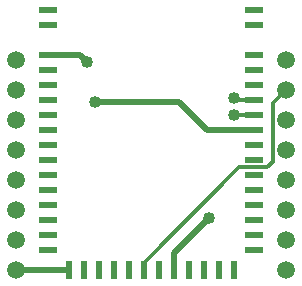
<source format=gbr>
G04 DipTrace 3.1.0.1*
G04 Top.gbr*
%MOIN*%
G04 #@! TF.FileFunction,Copper,L1,Top*
G04 #@! TF.Part,Single*
G04 #@! TA.AperFunction,Conductor*
%ADD13C,0.012992*%
%ADD14C,0.019685*%
G04 #@! TA.AperFunction,ComponentPad*
%ADD16C,0.059055*%
%ADD17R,0.021654X0.059055*%
%ADD18R,0.059055X0.021654*%
G04 #@! TA.AperFunction,ViaPad*
%ADD22C,0.04*%
%FSLAX26Y26*%
G04*
G70*
G90*
G75*
G01*
G04 Top*
%LPD*%
X868648Y443659D2*
D13*
Y468659D1*
X1187399Y787409D1*
X1281148D1*
X1299898Y806159D1*
Y999908D1*
X1343648Y1043659D1*
X443648Y443659D2*
D14*
X618648D1*
X549160Y1162360D2*
X656184D1*
X681171Y1137373D1*
X968648Y443659D2*
Y499948D1*
X1087378Y618677D1*
X1238136Y962360D2*
D13*
X1168651D1*
X1168619Y962391D1*
X1238136Y1012360D2*
X1174895D1*
X1168619Y1018635D1*
X706168Y1006136D2*
D14*
X987388D1*
X1081165Y912360D1*
X1238136D1*
D22*
X681171Y1137373D3*
X1168619Y962391D3*
Y1018635D3*
X1087378Y618677D3*
X706168Y1006136D3*
D16*
X1343648Y1143659D3*
Y1043659D3*
Y943659D3*
Y843659D3*
Y743659D3*
Y643659D3*
Y543659D3*
Y443659D3*
D17*
X918648D3*
X868648D3*
X968648D3*
X1018648D3*
X1068648D3*
X1118648D3*
X1168648D3*
X818648D3*
X768648D3*
X718648D3*
X668648D3*
X618648D3*
D18*
X549160Y512360D3*
X1238136D3*
Y562360D3*
Y612360D3*
Y662360D3*
Y712360D3*
Y762360D3*
Y812360D3*
Y862360D3*
Y962360D3*
Y1012360D3*
Y912360D3*
Y1062360D3*
Y1112360D3*
Y1162360D3*
X549160Y562360D3*
Y612360D3*
Y662360D3*
Y712360D3*
Y762360D3*
Y812360D3*
Y862360D3*
Y962360D3*
Y1012360D3*
Y912360D3*
Y1062360D3*
Y1112360D3*
Y1162360D3*
X1238136Y1262360D3*
Y1312360D3*
X549160Y1262360D3*
Y1312360D3*
D16*
X443648Y443659D3*
Y543659D3*
Y643659D3*
Y743659D3*
Y843659D3*
Y943659D3*
Y1043659D3*
Y1143659D3*
M02*

</source>
